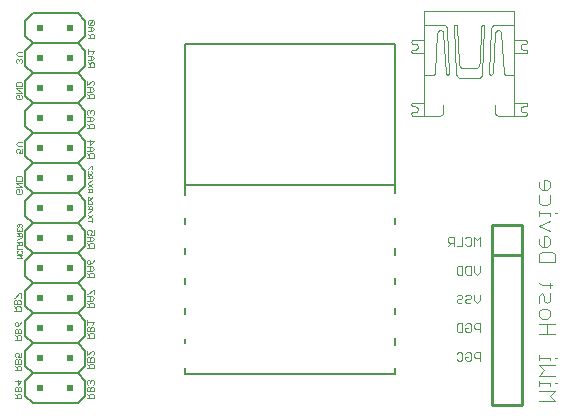
<source format=gbo>
G75*
G70*
%OFA0B0*%
%FSLAX24Y24*%
%IPPOS*%
%LPD*%
%AMOC8*
5,1,8,0,0,1.08239X$1,22.5*
%
%ADD10C,0.0020*%
%ADD11C,0.0010*%
%ADD12C,0.0030*%
%ADD13C,0.0040*%
%ADD14C,0.0050*%
%ADD15C,0.0060*%
%ADD16R,0.0200X0.0200*%
%ADD17C,0.0100*%
D10*
X000666Y000852D02*
X000886Y000852D01*
X000886Y000962D01*
X000849Y000998D01*
X000776Y000998D01*
X000739Y000962D01*
X000739Y000852D01*
X000739Y000925D02*
X000666Y000998D01*
X000666Y001073D02*
X000666Y001183D01*
X000702Y001219D01*
X000739Y001219D01*
X000776Y001183D01*
X000776Y001073D01*
X000776Y001183D02*
X000812Y001219D01*
X000849Y001219D01*
X000886Y001183D01*
X000886Y001073D01*
X000666Y001073D01*
X000776Y001293D02*
X000776Y001440D01*
X000666Y001404D02*
X000886Y001404D01*
X000776Y001293D01*
X000739Y001782D02*
X000739Y001892D01*
X000776Y001928D01*
X000849Y001928D01*
X000886Y001892D01*
X000886Y001782D01*
X000666Y001782D01*
X000739Y001855D02*
X000666Y001928D01*
X000666Y002003D02*
X000666Y002113D01*
X000702Y002149D01*
X000739Y002149D01*
X000776Y002113D01*
X000776Y002003D01*
X000776Y002113D02*
X000812Y002149D01*
X000849Y002149D01*
X000886Y002113D01*
X000886Y002003D01*
X000666Y002003D01*
X000702Y002223D02*
X000666Y002260D01*
X000666Y002334D01*
X000702Y002370D01*
X000776Y002370D01*
X000812Y002334D01*
X000812Y002297D01*
X000776Y002223D01*
X000886Y002223D01*
X000886Y002370D01*
X000886Y002802D02*
X000666Y002802D01*
X000739Y002802D02*
X000739Y002912D01*
X000776Y002948D01*
X000849Y002948D01*
X000886Y002912D01*
X000886Y002802D01*
X000739Y002875D02*
X000666Y002948D01*
X000666Y003023D02*
X000666Y003133D01*
X000702Y003169D01*
X000739Y003169D01*
X000776Y003133D01*
X000776Y003023D01*
X000776Y003133D02*
X000812Y003169D01*
X000849Y003169D01*
X000886Y003133D01*
X000886Y003023D01*
X000666Y003023D01*
X000702Y003243D02*
X000666Y003280D01*
X000666Y003354D01*
X000702Y003390D01*
X000739Y003390D01*
X000776Y003354D01*
X000776Y003243D01*
X000702Y003243D01*
X000776Y003243D02*
X000849Y003317D01*
X000886Y003390D01*
X000856Y003762D02*
X000636Y003762D01*
X000709Y003762D02*
X000709Y003872D01*
X000746Y003908D01*
X000819Y003908D01*
X000856Y003872D01*
X000856Y003762D01*
X000709Y003835D02*
X000636Y003908D01*
X000636Y003983D02*
X000636Y004093D01*
X000672Y004129D01*
X000709Y004129D01*
X000746Y004093D01*
X000746Y003983D01*
X000746Y004093D02*
X000782Y004129D01*
X000819Y004129D01*
X000856Y004093D01*
X000856Y003983D01*
X000636Y003983D01*
X000636Y004203D02*
X000672Y004203D01*
X000819Y004350D01*
X000856Y004350D01*
X000856Y004203D01*
X003077Y004249D02*
X003223Y004249D01*
X003297Y004176D01*
X003223Y004103D01*
X003077Y004103D01*
X003077Y004028D02*
X003150Y003955D01*
X003150Y003992D02*
X003150Y003882D01*
X003077Y003882D02*
X003297Y003882D01*
X003297Y003992D01*
X003260Y004028D01*
X003187Y004028D01*
X003150Y003992D01*
X003187Y004103D02*
X003187Y004249D01*
X003113Y004323D02*
X003077Y004323D01*
X003113Y004323D02*
X003260Y004470D01*
X003297Y004470D01*
X003297Y004323D01*
X003297Y004872D02*
X003077Y004872D01*
X003150Y004872D02*
X003150Y004982D01*
X003187Y005018D01*
X003260Y005018D01*
X003297Y004982D01*
X003297Y004872D01*
X003150Y004945D02*
X003077Y005018D01*
X003077Y005093D02*
X003223Y005093D01*
X003297Y005166D01*
X003223Y005239D01*
X003077Y005239D01*
X003113Y005313D02*
X003077Y005350D01*
X003077Y005424D01*
X003113Y005460D01*
X003150Y005460D01*
X003187Y005424D01*
X003187Y005313D01*
X003113Y005313D01*
X003187Y005313D02*
X003260Y005387D01*
X003297Y005460D01*
X003187Y005239D02*
X003187Y005093D01*
X003150Y005862D02*
X003150Y005972D01*
X003187Y006008D01*
X003260Y006008D01*
X003297Y005972D01*
X003297Y005862D01*
X003077Y005862D01*
X003150Y005935D02*
X003077Y006008D01*
X003077Y006083D02*
X003223Y006083D01*
X003297Y006156D01*
X003223Y006229D01*
X003077Y006229D01*
X003113Y006303D02*
X003077Y006340D01*
X003077Y006414D01*
X003113Y006450D01*
X003187Y006450D01*
X003223Y006414D01*
X003223Y006377D01*
X003187Y006303D01*
X003297Y006303D01*
X003297Y006450D01*
X003187Y006229D02*
X003187Y006083D01*
X000916Y007698D02*
X000916Y007772D01*
X000879Y007808D01*
X000806Y007808D02*
X000806Y007735D01*
X000806Y007808D02*
X000732Y007808D01*
X000696Y007772D01*
X000696Y007698D01*
X000732Y007662D01*
X000879Y007662D01*
X000916Y007698D01*
X000916Y007883D02*
X000696Y007883D01*
X000696Y008029D02*
X000916Y007883D01*
X000916Y008029D02*
X000696Y008029D01*
X000696Y008103D02*
X000696Y008214D01*
X000732Y008250D01*
X000879Y008250D01*
X000916Y008214D01*
X000916Y008103D01*
X000696Y008103D01*
X000732Y009023D02*
X000696Y009059D01*
X000696Y009133D01*
X000732Y009169D01*
X000806Y009169D01*
X000842Y009133D01*
X000842Y009096D01*
X000806Y009023D01*
X000916Y009023D01*
X000916Y009169D01*
X000916Y009243D02*
X000769Y009243D01*
X000696Y009317D01*
X000769Y009390D01*
X000916Y009390D01*
X000879Y010812D02*
X000732Y010812D01*
X000696Y010848D01*
X000696Y010922D01*
X000732Y010958D01*
X000806Y010958D01*
X000806Y010885D01*
X000879Y010958D02*
X000916Y010922D01*
X000916Y010848D01*
X000879Y010812D01*
X000916Y011033D02*
X000696Y011033D01*
X000696Y011179D02*
X000916Y011179D01*
X000916Y011253D02*
X000696Y011253D01*
X000696Y011364D01*
X000732Y011400D01*
X000879Y011400D01*
X000916Y011364D01*
X000916Y011253D01*
X000916Y011033D02*
X000696Y011179D01*
X000732Y012023D02*
X000696Y012059D01*
X000696Y012133D01*
X000732Y012169D01*
X000769Y012169D01*
X000806Y012133D01*
X000806Y012096D01*
X000806Y012133D02*
X000842Y012169D01*
X000879Y012169D01*
X000916Y012133D01*
X000916Y012059D01*
X000879Y012023D01*
X000916Y012243D02*
X000769Y012243D01*
X000696Y012317D01*
X000769Y012390D01*
X000916Y012390D01*
X003096Y012407D02*
X003316Y012407D01*
X003242Y012333D01*
X003242Y012259D02*
X003096Y012259D01*
X003096Y012333D02*
X003096Y012480D01*
X003206Y012259D02*
X003206Y012113D01*
X003242Y012113D02*
X003316Y012186D01*
X003242Y012259D01*
X003242Y012113D02*
X003096Y012113D01*
X003096Y012038D02*
X003169Y011965D01*
X003169Y012002D02*
X003169Y011892D01*
X003096Y011892D02*
X003316Y011892D01*
X003316Y012002D01*
X003279Y012038D01*
X003206Y012038D01*
X003169Y012002D01*
X003223Y011430D02*
X003260Y011430D01*
X003297Y011394D01*
X003297Y011320D01*
X003260Y011283D01*
X003223Y011209D02*
X003297Y011136D01*
X003223Y011063D01*
X003077Y011063D01*
X003077Y010988D02*
X003150Y010915D01*
X003150Y010952D02*
X003150Y010842D01*
X003077Y010842D02*
X003297Y010842D01*
X003297Y010952D01*
X003260Y010988D01*
X003187Y010988D01*
X003150Y010952D01*
X003187Y011063D02*
X003187Y011209D01*
X003223Y011209D02*
X003077Y011209D01*
X003077Y011283D02*
X003223Y011430D01*
X003077Y011430D02*
X003077Y011283D01*
X003113Y010440D02*
X003077Y010404D01*
X003077Y010330D01*
X003113Y010293D01*
X003077Y010219D02*
X003223Y010219D01*
X003297Y010146D01*
X003223Y010073D01*
X003077Y010073D01*
X003077Y009998D02*
X003150Y009925D01*
X003150Y009962D02*
X003150Y009852D01*
X003077Y009852D02*
X003297Y009852D01*
X003297Y009962D01*
X003260Y009998D01*
X003187Y009998D01*
X003150Y009962D01*
X003187Y010073D02*
X003187Y010219D01*
X003260Y010293D02*
X003297Y010330D01*
X003297Y010404D01*
X003260Y010440D01*
X003223Y010440D01*
X003187Y010404D01*
X003150Y010440D01*
X003113Y010440D01*
X003187Y010404D02*
X003187Y010367D01*
X003187Y009450D02*
X003187Y009303D01*
X003297Y009414D01*
X003077Y009414D01*
X003077Y009229D02*
X003223Y009229D01*
X003297Y009156D01*
X003223Y009083D01*
X003077Y009083D01*
X003077Y009008D02*
X003150Y008935D01*
X003150Y008972D02*
X003150Y008862D01*
X003077Y008862D02*
X003297Y008862D01*
X003297Y008972D01*
X003260Y009008D01*
X003187Y009008D01*
X003150Y008972D01*
X003187Y009083D02*
X003187Y009229D01*
X003169Y012852D02*
X003169Y012962D01*
X003206Y012998D01*
X003279Y012998D01*
X003316Y012962D01*
X003316Y012852D01*
X003096Y012852D01*
X003169Y012925D02*
X003096Y012998D01*
X003096Y013073D02*
X003242Y013073D01*
X003316Y013146D01*
X003242Y013219D01*
X003096Y013219D01*
X003132Y013293D02*
X003279Y013440D01*
X003132Y013440D01*
X003096Y013404D01*
X003096Y013330D01*
X003132Y013293D01*
X003279Y013293D01*
X003316Y013330D01*
X003316Y013404D01*
X003279Y013440D01*
X003206Y013219D02*
X003206Y013073D01*
X003077Y003450D02*
X003077Y003303D01*
X003077Y003377D02*
X003297Y003377D01*
X003223Y003303D01*
X003223Y003229D02*
X003187Y003193D01*
X003187Y003083D01*
X003187Y003008D02*
X003150Y002972D01*
X003150Y002862D01*
X003150Y002935D02*
X003077Y003008D01*
X003077Y003083D02*
X003077Y003193D01*
X003113Y003229D01*
X003150Y003229D01*
X003187Y003193D01*
X003223Y003229D02*
X003260Y003229D01*
X003297Y003193D01*
X003297Y003083D01*
X003077Y003083D01*
X003187Y003008D02*
X003260Y003008D01*
X003297Y002972D01*
X003297Y002862D01*
X003077Y002862D01*
X003077Y002430D02*
X003077Y002283D01*
X003223Y002430D01*
X003260Y002430D01*
X003297Y002394D01*
X003297Y002320D01*
X003260Y002283D01*
X003260Y002209D02*
X003223Y002209D01*
X003187Y002173D01*
X003187Y002063D01*
X003187Y001988D02*
X003150Y001952D01*
X003150Y001842D01*
X003150Y001915D02*
X003077Y001988D01*
X003077Y002063D02*
X003077Y002173D01*
X003113Y002209D01*
X003150Y002209D01*
X003187Y002173D01*
X003260Y002209D02*
X003297Y002173D01*
X003297Y002063D01*
X003077Y002063D01*
X003187Y001988D02*
X003260Y001988D01*
X003297Y001952D01*
X003297Y001842D01*
X003077Y001842D01*
X003113Y001440D02*
X003077Y001404D01*
X003077Y001330D01*
X003113Y001293D01*
X003113Y001219D02*
X003077Y001183D01*
X003077Y001073D01*
X003297Y001073D01*
X003297Y001183D01*
X003260Y001219D01*
X003223Y001219D01*
X003187Y001183D01*
X003187Y001073D01*
X003187Y000998D02*
X003150Y000962D01*
X003150Y000852D01*
X003150Y000925D02*
X003077Y000998D01*
X003187Y000998D02*
X003260Y000998D01*
X003297Y000962D01*
X003297Y000852D01*
X003077Y000852D01*
X003187Y001183D02*
X003150Y001219D01*
X003113Y001219D01*
X003260Y001293D02*
X003297Y001330D01*
X003297Y001404D01*
X003260Y001440D01*
X003223Y001440D01*
X003187Y001404D01*
X003150Y001440D01*
X003113Y001440D01*
X003187Y001404D02*
X003187Y001367D01*
D11*
X000891Y005521D02*
X000741Y005521D01*
X000741Y005621D02*
X000891Y005621D01*
X000841Y005571D01*
X000891Y005521D01*
X000866Y005668D02*
X000766Y005668D01*
X000741Y005693D01*
X000741Y005743D01*
X000766Y005768D01*
X000741Y005816D02*
X000741Y005916D01*
X000741Y005963D02*
X000891Y005963D01*
X000891Y006038D01*
X000866Y006063D01*
X000816Y006063D01*
X000791Y006038D01*
X000791Y005963D01*
X000791Y006013D02*
X000741Y006063D01*
X000741Y006110D02*
X000891Y006210D01*
X000891Y006258D02*
X000891Y006333D01*
X000866Y006358D01*
X000816Y006358D01*
X000791Y006333D01*
X000791Y006258D01*
X000791Y006308D02*
X000741Y006358D01*
X000741Y006405D02*
X000741Y006505D01*
X000766Y006552D02*
X000741Y006577D01*
X000741Y006627D01*
X000766Y006652D01*
X000791Y006652D01*
X000816Y006627D01*
X000816Y006602D01*
X000816Y006627D02*
X000841Y006652D01*
X000866Y006652D01*
X000891Y006627D01*
X000891Y006577D01*
X000866Y006552D01*
X000891Y006505D02*
X000891Y006405D01*
X000741Y006405D01*
X000816Y006405D02*
X000816Y006455D01*
X000741Y006258D02*
X000891Y006258D01*
X000891Y005816D02*
X000741Y005816D01*
X000866Y005768D02*
X000891Y005743D01*
X000891Y005693D01*
X000866Y005668D01*
X003092Y006766D02*
X003242Y006766D01*
X003242Y006716D02*
X003242Y006816D01*
X003242Y006863D02*
X003092Y006963D01*
X003092Y007010D02*
X003242Y007110D01*
X003242Y007158D02*
X003242Y007233D01*
X003217Y007258D01*
X003167Y007258D01*
X003142Y007233D01*
X003142Y007158D01*
X003142Y007208D02*
X003092Y007258D01*
X003117Y007305D02*
X003092Y007330D01*
X003092Y007380D01*
X003117Y007405D01*
X003117Y007452D02*
X003092Y007477D01*
X003092Y007527D01*
X003117Y007552D01*
X003142Y007552D01*
X003167Y007527D01*
X003167Y007452D01*
X003117Y007452D01*
X003167Y007452D02*
X003217Y007502D01*
X003242Y007552D01*
X003217Y007405D02*
X003242Y007380D01*
X003242Y007330D01*
X003217Y007305D01*
X003117Y007305D01*
X003092Y007158D02*
X003242Y007158D01*
X003242Y006963D02*
X003092Y006863D01*
X003092Y007736D02*
X003242Y007736D01*
X003242Y007811D01*
X003217Y007836D01*
X003167Y007836D01*
X003142Y007811D01*
X003142Y007736D01*
X003142Y007786D02*
X003092Y007836D01*
X003092Y007883D02*
X003242Y007983D01*
X003242Y007883D02*
X003092Y007983D01*
X003092Y008030D02*
X003242Y008130D01*
X003242Y008178D02*
X003242Y008253D01*
X003217Y008278D01*
X003167Y008278D01*
X003142Y008253D01*
X003142Y008178D01*
X003142Y008228D02*
X003092Y008278D01*
X003117Y008325D02*
X003092Y008350D01*
X003092Y008400D01*
X003117Y008425D01*
X003117Y008472D02*
X003092Y008472D01*
X003117Y008472D02*
X003217Y008572D01*
X003242Y008572D01*
X003242Y008472D01*
X003217Y008425D02*
X003242Y008400D01*
X003242Y008350D01*
X003217Y008325D01*
X003117Y008325D01*
X003092Y008178D02*
X003242Y008178D01*
D12*
X015097Y006171D02*
X015097Y006075D01*
X015146Y006026D01*
X015291Y006026D01*
X015291Y005929D02*
X015291Y006220D01*
X015146Y006220D01*
X015097Y006171D01*
X015194Y006026D02*
X015097Y005929D01*
X015392Y005929D02*
X015586Y005929D01*
X015586Y006220D01*
X015687Y006171D02*
X015735Y006220D01*
X015832Y006220D01*
X015880Y006171D01*
X015880Y005978D01*
X015832Y005929D01*
X015735Y005929D01*
X015687Y005978D01*
X015981Y005929D02*
X015981Y006220D01*
X016078Y006123D01*
X016175Y006220D01*
X016175Y005929D01*
X016175Y005260D02*
X016175Y005066D01*
X016078Y004969D01*
X015981Y005066D01*
X015981Y005260D01*
X015880Y005260D02*
X015735Y005260D01*
X015687Y005211D01*
X015687Y005018D01*
X015735Y004969D01*
X015880Y004969D01*
X015880Y005260D01*
X015586Y005260D02*
X015440Y005260D01*
X015392Y005211D01*
X015392Y005018D01*
X015440Y004969D01*
X015586Y004969D01*
X015586Y005260D01*
X015537Y004300D02*
X015440Y004300D01*
X015392Y004251D01*
X015440Y004155D02*
X015392Y004106D01*
X015392Y004058D01*
X015440Y004009D01*
X015537Y004009D01*
X015586Y004058D01*
X015687Y004058D02*
X015735Y004009D01*
X015832Y004009D01*
X015880Y004058D01*
X015832Y004155D02*
X015735Y004155D01*
X015687Y004106D01*
X015687Y004058D01*
X015832Y004155D02*
X015880Y004203D01*
X015880Y004251D01*
X015832Y004300D01*
X015735Y004300D01*
X015687Y004251D01*
X015586Y004251D02*
X015586Y004203D01*
X015537Y004155D01*
X015440Y004155D01*
X015537Y004300D02*
X015586Y004251D01*
X015981Y004300D02*
X015981Y004106D01*
X016078Y004009D01*
X016175Y004106D01*
X016175Y004300D01*
X016175Y003340D02*
X016030Y003340D01*
X015981Y003291D01*
X015981Y003195D01*
X016030Y003146D01*
X016175Y003146D01*
X016175Y003049D02*
X016175Y003340D01*
X015880Y003291D02*
X015880Y003098D01*
X015832Y003049D01*
X015735Y003049D01*
X015687Y003098D01*
X015687Y003195D01*
X015783Y003195D01*
X015687Y003291D02*
X015735Y003340D01*
X015832Y003340D01*
X015880Y003291D01*
X015586Y003340D02*
X015586Y003049D01*
X015440Y003049D01*
X015392Y003098D01*
X015392Y003291D01*
X015440Y003340D01*
X015586Y003340D01*
X015537Y002380D02*
X015440Y002380D01*
X015392Y002331D01*
X015537Y002380D02*
X015586Y002331D01*
X015586Y002138D01*
X015537Y002089D01*
X015440Y002089D01*
X015392Y002138D01*
X015687Y002138D02*
X015687Y002235D01*
X015783Y002235D01*
X015687Y002331D02*
X015735Y002380D01*
X015832Y002380D01*
X015880Y002331D01*
X015880Y002138D01*
X015832Y002089D01*
X015735Y002089D01*
X015687Y002138D01*
X015981Y002235D02*
X015981Y002331D01*
X016030Y002380D01*
X016175Y002380D01*
X016175Y002089D01*
X016175Y002186D02*
X016030Y002186D01*
X015981Y002235D01*
D13*
X018146Y002201D02*
X018493Y002201D01*
X018493Y002115D01*
X018666Y002201D02*
X018753Y002201D01*
X018666Y001946D02*
X018146Y001946D01*
X018319Y001773D01*
X018146Y001599D01*
X018666Y001599D01*
X018666Y001342D02*
X018753Y001342D01*
X018493Y001342D02*
X018493Y001255D01*
X018493Y001342D02*
X018146Y001342D01*
X018146Y001255D02*
X018146Y001429D01*
X018146Y001087D02*
X018666Y001087D01*
X018493Y000913D01*
X018666Y000740D01*
X018146Y000740D01*
X018146Y002115D02*
X018146Y002288D01*
X018146Y002974D02*
X018666Y002974D01*
X018406Y002974D02*
X018406Y003321D01*
X018406Y003490D02*
X018232Y003490D01*
X018146Y003577D01*
X018146Y003750D01*
X018232Y003837D01*
X018406Y003837D01*
X018493Y003750D01*
X018493Y003577D01*
X018406Y003490D01*
X018666Y003321D02*
X018146Y003321D01*
X018146Y004005D02*
X018146Y004266D01*
X018232Y004352D01*
X018319Y004266D01*
X018319Y004092D01*
X018406Y004005D01*
X018493Y004092D01*
X018493Y004352D01*
X018493Y004521D02*
X018493Y004695D01*
X018579Y004608D02*
X018232Y004608D01*
X018146Y004695D01*
X018146Y005380D02*
X018146Y005641D01*
X018232Y005727D01*
X018579Y005727D01*
X018666Y005641D01*
X018666Y005380D01*
X018146Y005380D01*
X018232Y005896D02*
X018146Y005983D01*
X018146Y006156D01*
X018319Y006243D02*
X018319Y005896D01*
X018232Y005896D02*
X018406Y005896D01*
X018493Y005983D01*
X018493Y006156D01*
X018406Y006243D01*
X018319Y006243D01*
X018493Y006412D02*
X018146Y006585D01*
X018493Y006759D01*
X018493Y006927D02*
X018493Y007014D01*
X018146Y007014D01*
X018146Y006927D02*
X018146Y007101D01*
X018232Y007271D02*
X018146Y007358D01*
X018146Y007618D01*
X018232Y007787D02*
X018146Y007874D01*
X018146Y008047D01*
X018319Y008134D02*
X018319Y007787D01*
X018232Y007787D02*
X018406Y007787D01*
X018493Y007874D01*
X018493Y008047D01*
X018406Y008134D01*
X018319Y008134D01*
X018493Y007618D02*
X018493Y007358D01*
X018406Y007271D01*
X018232Y007271D01*
X018666Y007014D02*
X018753Y007014D01*
X017680Y010258D02*
X017310Y010258D01*
X017310Y012339D01*
X017680Y012339D01*
X017693Y012340D01*
X017706Y012345D01*
X017717Y012352D01*
X017727Y012362D01*
X017734Y012373D01*
X017739Y012386D01*
X017740Y012399D01*
X017741Y012400D02*
X017741Y012400D01*
X017739Y012415D01*
X017734Y012429D01*
X017727Y012441D01*
X017716Y012452D01*
X017704Y012459D01*
X017690Y012464D01*
X017675Y012466D01*
X017614Y012466D01*
X017597Y012468D01*
X017580Y012473D01*
X017565Y012481D01*
X017552Y012492D01*
X017541Y012505D01*
X017533Y012520D01*
X017528Y012537D01*
X017526Y012554D01*
X017525Y012554D02*
X017525Y012565D01*
X017526Y012565D02*
X017528Y012582D01*
X017533Y012599D01*
X017541Y012614D01*
X017552Y012627D01*
X017565Y012638D01*
X017580Y012646D01*
X017597Y012651D01*
X017614Y012653D01*
X017614Y012654D02*
X017680Y012654D01*
X017680Y012653D02*
X017694Y012655D01*
X017706Y012659D01*
X017718Y012666D01*
X017728Y012676D01*
X017735Y012688D01*
X017739Y012700D01*
X017741Y012714D01*
X017739Y012729D01*
X017734Y012743D01*
X017727Y012755D01*
X017716Y012766D01*
X017704Y012773D01*
X017690Y012778D01*
X017675Y012780D01*
X017332Y012780D01*
X016874Y013018D02*
X016963Y011677D01*
X016965Y011665D01*
X016971Y011654D01*
X016979Y011645D01*
X016989Y011638D01*
X017000Y011634D01*
X017012Y011633D01*
X017012Y011632D02*
X017288Y011632D01*
X016593Y011688D02*
X016681Y013023D01*
X016684Y013042D01*
X016691Y013059D01*
X016700Y013075D01*
X016713Y013089D01*
X016728Y013100D01*
X016744Y013108D01*
X016762Y013113D01*
X016781Y013114D01*
X016799Y013112D01*
X016817Y013106D01*
X016833Y013097D01*
X016847Y013085D01*
X016859Y013070D01*
X016868Y013054D01*
X016873Y013036D01*
X016875Y013018D01*
X016681Y013294D02*
X016659Y013292D01*
X016638Y013287D01*
X016618Y013279D01*
X016600Y013268D01*
X016583Y013254D01*
X016569Y013237D01*
X016558Y013219D01*
X016550Y013199D01*
X016545Y013178D01*
X016543Y013156D01*
X016543Y013139D01*
X016477Y011693D01*
X016478Y011679D01*
X016482Y011665D01*
X016490Y011654D01*
X016500Y011644D01*
X016512Y011637D01*
X016525Y011633D01*
X016539Y011632D01*
X016553Y011635D01*
X016566Y011641D01*
X016576Y011649D01*
X016585Y011661D01*
X016591Y011673D01*
X016593Y011687D01*
X016240Y011660D02*
X016322Y013233D01*
X016320Y013246D01*
X016314Y013259D01*
X016305Y013270D01*
X016294Y013278D01*
X016281Y013283D01*
X016267Y013285D01*
X016253Y013283D01*
X016240Y013278D01*
X016229Y013270D01*
X016220Y013259D01*
X016214Y013246D01*
X016212Y013233D01*
X016157Y012035D01*
X016157Y012008D01*
X016155Y011984D01*
X016150Y011961D01*
X016142Y011939D01*
X016131Y011918D01*
X016116Y011899D01*
X016100Y011883D01*
X016081Y011868D01*
X016060Y011857D01*
X016038Y011849D01*
X016015Y011844D01*
X015991Y011842D01*
X015643Y011842D01*
X015619Y011844D01*
X015595Y011849D01*
X015572Y011857D01*
X015551Y011869D01*
X015531Y011884D01*
X015514Y011901D01*
X015499Y011921D01*
X015487Y011942D01*
X015479Y011965D01*
X015474Y011989D01*
X015472Y012013D01*
X015406Y013239D01*
X015407Y013239D02*
X015404Y013252D01*
X015398Y013265D01*
X015389Y013275D01*
X015378Y013283D01*
X015365Y013288D01*
X015351Y013289D01*
X015338Y013286D01*
X015325Y013280D01*
X015315Y013271D01*
X015307Y013260D01*
X015302Y013247D01*
X015301Y013233D01*
X015384Y011649D01*
X015386Y011628D01*
X015391Y011608D01*
X015399Y011589D01*
X015409Y011571D01*
X015423Y011555D01*
X015439Y011541D01*
X015457Y011531D01*
X015476Y011523D01*
X015496Y011518D01*
X015517Y011516D01*
X015516Y011517D02*
X016096Y011517D01*
X016096Y011516D02*
X016119Y011518D01*
X016140Y011523D01*
X016161Y011532D01*
X016181Y011544D01*
X016198Y011558D01*
X016212Y011575D01*
X016224Y011595D01*
X016233Y011616D01*
X016238Y011637D01*
X016240Y011660D01*
X015147Y011693D02*
X015080Y013139D01*
X015080Y013156D01*
X015078Y013178D01*
X015073Y013199D01*
X015065Y013219D01*
X015054Y013237D01*
X015040Y013254D01*
X015023Y013268D01*
X015005Y013279D01*
X014985Y013287D01*
X014964Y013292D01*
X014942Y013294D01*
X014335Y013294D01*
X014313Y013763D02*
X017310Y013763D01*
X017310Y012339D01*
X017288Y013294D02*
X016681Y013294D01*
X014942Y013023D02*
X015031Y011688D01*
X015033Y011674D01*
X015039Y011662D01*
X015048Y011650D01*
X015058Y011642D01*
X015071Y011636D01*
X015085Y011633D01*
X015099Y011634D01*
X015112Y011638D01*
X015124Y011645D01*
X015134Y011655D01*
X015142Y011666D01*
X015146Y011680D01*
X015147Y011694D01*
X014661Y011677D02*
X014749Y013018D01*
X014751Y013036D01*
X014756Y013054D01*
X014765Y013070D01*
X014777Y013085D01*
X014791Y013097D01*
X014807Y013106D01*
X014825Y013112D01*
X014843Y013114D01*
X014862Y013113D01*
X014880Y013108D01*
X014896Y013100D01*
X014911Y013089D01*
X014924Y013075D01*
X014933Y013059D01*
X014940Y013042D01*
X014943Y013023D01*
X014313Y012780D02*
X013943Y012780D01*
X013930Y012779D01*
X013917Y012774D01*
X013906Y012767D01*
X013896Y012757D01*
X013889Y012746D01*
X013884Y012733D01*
X013883Y012720D01*
X013883Y012720D01*
X013885Y012705D01*
X013890Y012691D01*
X013897Y012679D01*
X013908Y012668D01*
X013920Y012661D01*
X013934Y012656D01*
X013949Y012654D01*
X014010Y012654D01*
X014010Y012653D02*
X014027Y012651D01*
X014044Y012646D01*
X014059Y012638D01*
X014072Y012627D01*
X014083Y012614D01*
X014091Y012599D01*
X014096Y012582D01*
X014098Y012565D01*
X014098Y012554D01*
X014096Y012537D01*
X014091Y012520D01*
X014083Y012505D01*
X014072Y012492D01*
X014059Y012481D01*
X014044Y012473D01*
X014027Y012468D01*
X014010Y012466D01*
X013943Y012466D01*
X013929Y012464D01*
X013917Y012460D01*
X013905Y012453D01*
X013895Y012443D01*
X013888Y012431D01*
X013884Y012419D01*
X013882Y012405D01*
X013883Y012405D02*
X013885Y012390D01*
X013890Y012376D01*
X013897Y012364D01*
X013908Y012353D01*
X013920Y012346D01*
X013934Y012341D01*
X013949Y012339D01*
X014291Y012339D01*
X014335Y011632D02*
X014611Y011632D01*
X014612Y011633D02*
X014624Y011634D01*
X014635Y011638D01*
X014645Y011645D01*
X014653Y011654D01*
X014659Y011665D01*
X014661Y011677D01*
X014313Y010700D02*
X013943Y010700D01*
X013930Y010698D01*
X013917Y010694D01*
X013905Y010687D01*
X013895Y010677D01*
X013888Y010665D01*
X013883Y010652D01*
X013882Y010639D01*
X013883Y010639D02*
X013883Y010639D01*
X013885Y010624D01*
X013890Y010610D01*
X013897Y010598D01*
X013908Y010587D01*
X013920Y010580D01*
X013934Y010575D01*
X013949Y010573D01*
X014010Y010573D01*
X014010Y010572D02*
X014027Y010570D01*
X014044Y010565D01*
X014059Y010557D01*
X014072Y010546D01*
X014083Y010533D01*
X014091Y010518D01*
X014096Y010501D01*
X014098Y010484D01*
X014098Y010473D01*
X014096Y010456D01*
X014091Y010439D01*
X014083Y010424D01*
X014072Y010411D01*
X014059Y010400D01*
X014044Y010392D01*
X014027Y010387D01*
X014010Y010385D01*
X013943Y010385D01*
X013929Y010383D01*
X013917Y010379D01*
X013905Y010372D01*
X013895Y010362D01*
X013888Y010350D01*
X013884Y010338D01*
X013882Y010324D01*
X013883Y010324D02*
X013885Y010309D01*
X013890Y010295D01*
X013897Y010283D01*
X013908Y010272D01*
X013920Y010265D01*
X013934Y010260D01*
X013949Y010258D01*
X014319Y010258D01*
X014313Y010258D02*
X014810Y010258D01*
X014810Y010259D02*
X014832Y010261D01*
X014854Y010266D01*
X014875Y010275D01*
X014894Y010286D01*
X014911Y010301D01*
X014926Y010318D01*
X014937Y010337D01*
X014946Y010358D01*
X014951Y010380D01*
X014953Y010402D01*
X014953Y010611D01*
X014313Y010258D02*
X014313Y013763D01*
X016670Y010628D02*
X016670Y010396D01*
X016672Y010374D01*
X016677Y010353D01*
X016685Y010333D01*
X016696Y010315D01*
X016710Y010298D01*
X016727Y010284D01*
X016745Y010273D01*
X016765Y010265D01*
X016786Y010260D01*
X016808Y010258D01*
X017310Y010258D01*
X017614Y010385D02*
X017675Y010385D01*
X017690Y010383D01*
X017704Y010378D01*
X017716Y010371D01*
X017727Y010360D01*
X017734Y010348D01*
X017739Y010334D01*
X017741Y010319D01*
X017741Y010319D01*
X017740Y010306D01*
X017735Y010293D01*
X017728Y010281D01*
X017718Y010271D01*
X017706Y010264D01*
X017693Y010259D01*
X017680Y010258D01*
X017614Y010385D02*
X017597Y010387D01*
X017580Y010392D01*
X017565Y010400D01*
X017552Y010411D01*
X017541Y010424D01*
X017533Y010439D01*
X017528Y010456D01*
X017526Y010473D01*
X017525Y010473D02*
X017525Y010484D01*
X017526Y010484D02*
X017528Y010501D01*
X017533Y010518D01*
X017541Y010533D01*
X017552Y010546D01*
X017565Y010557D01*
X017580Y010565D01*
X017597Y010570D01*
X017614Y010572D01*
X017614Y010573D02*
X017680Y010573D01*
X017680Y010572D02*
X017694Y010574D01*
X017706Y010578D01*
X017718Y010585D01*
X017728Y010595D01*
X017735Y010607D01*
X017739Y010619D01*
X017741Y010633D01*
X017739Y010648D01*
X017734Y010662D01*
X017727Y010674D01*
X017716Y010685D01*
X017704Y010692D01*
X017690Y010697D01*
X017675Y010699D01*
X017675Y010700D02*
X017332Y010700D01*
D14*
X013341Y012650D02*
X013341Y007950D01*
X006341Y007950D01*
X006341Y012650D01*
X013341Y012650D01*
X013334Y007949D02*
X013334Y007674D01*
X013334Y006847D02*
X013334Y006650D01*
X013334Y005863D02*
X013334Y005626D01*
X013334Y004839D02*
X013334Y004642D01*
X013334Y003855D02*
X013334Y003658D01*
X013334Y002870D02*
X013334Y002634D01*
X013334Y001847D02*
X013334Y001650D01*
X013341Y001650D01*
X013334Y001650D02*
X006341Y001650D01*
X006326Y001650D02*
X006326Y001847D01*
X006326Y002674D02*
X006326Y002831D01*
X006326Y003658D02*
X006326Y003855D01*
X006326Y004642D02*
X006326Y004839D01*
X006326Y005666D02*
X006326Y005863D01*
X006326Y006650D02*
X006326Y006847D01*
X006326Y007634D02*
X006326Y007989D01*
D15*
X003017Y007924D02*
X002767Y007674D01*
X001267Y007674D01*
X001017Y007424D01*
X001017Y006924D01*
X001267Y006674D01*
X002767Y006674D01*
X003017Y006924D01*
X003017Y007424D01*
X002767Y007674D01*
X003017Y007924D02*
X003017Y008424D01*
X002767Y008674D01*
X001267Y008674D01*
X001017Y008424D01*
X001017Y007924D01*
X001267Y007674D01*
X001267Y006674D02*
X001017Y006424D01*
X001017Y005924D01*
X001267Y005674D01*
X002767Y005674D01*
X003017Y005924D01*
X003017Y006424D01*
X002767Y006674D01*
X002767Y005674D02*
X003017Y005424D01*
X003017Y004924D01*
X002767Y004674D01*
X001267Y004674D01*
X001017Y004424D01*
X001017Y003924D01*
X001267Y003674D01*
X002767Y003674D01*
X003017Y003924D01*
X003017Y004424D01*
X002767Y004674D01*
X002767Y003674D02*
X003017Y003424D01*
X003017Y002924D01*
X002767Y002674D01*
X001267Y002674D01*
X001017Y002424D01*
X001017Y001924D01*
X001267Y001674D01*
X001017Y001424D01*
X001017Y000924D01*
X001267Y000674D01*
X002767Y000674D01*
X003017Y000924D01*
X003017Y001424D01*
X002767Y001674D01*
X001267Y001674D01*
X001267Y002674D02*
X001017Y002924D01*
X001017Y003424D01*
X001267Y003674D01*
X001267Y004674D02*
X001017Y004924D01*
X001017Y005424D01*
X001267Y005674D01*
X001267Y008674D02*
X001017Y008924D01*
X001017Y009424D01*
X001267Y009674D01*
X002767Y009674D01*
X003017Y009424D01*
X003017Y008924D01*
X002767Y008674D01*
X002767Y009674D02*
X003017Y009924D01*
X003017Y010424D01*
X002767Y010674D01*
X001267Y010674D01*
X001017Y010424D01*
X001017Y009924D01*
X001267Y009674D01*
X001267Y010674D02*
X001017Y010924D01*
X001017Y011424D01*
X001267Y011674D01*
X002767Y011674D01*
X003017Y011424D01*
X003017Y010924D01*
X002767Y010674D01*
X002767Y011674D02*
X003017Y011924D01*
X003017Y012424D01*
X002767Y012674D01*
X001267Y012674D01*
X001017Y012424D01*
X001017Y011924D01*
X001267Y011674D01*
X001267Y012674D02*
X001017Y012924D01*
X001017Y013424D01*
X001267Y013674D01*
X002767Y013674D01*
X003017Y013424D01*
X003017Y012924D01*
X002767Y012674D01*
X002767Y002674D02*
X003017Y002424D01*
X003017Y001924D01*
X002767Y001674D01*
D16*
X002517Y001174D03*
X001517Y001174D03*
X001517Y002174D03*
X002517Y002174D03*
X002517Y003174D03*
X001517Y003174D03*
X001517Y004174D03*
X002517Y004174D03*
X002517Y005174D03*
X001517Y005174D03*
X001517Y006174D03*
X002517Y006174D03*
X002517Y007174D03*
X001517Y007174D03*
X001517Y008174D03*
X002517Y008174D03*
X002517Y009174D03*
X001517Y009174D03*
X001517Y010174D03*
X002517Y010174D03*
X002517Y011174D03*
X001517Y011174D03*
X001517Y012174D03*
X002517Y012174D03*
X002517Y013174D03*
X001517Y013174D03*
D17*
X016566Y006634D02*
X016566Y005634D01*
X017566Y005634D01*
X016566Y005634D02*
X016566Y000634D01*
X017566Y000634D01*
X017566Y006634D01*
X016566Y006634D01*
M02*

</source>
